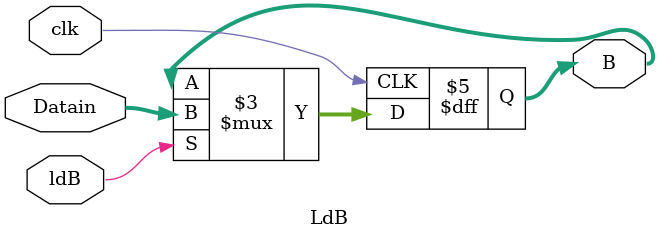
<source format=v>
module LdB(
	B,
	Datain,
	ldB,
	clk
);

output reg [3:0] B;
input wire [3:0] Datain;
input wire ldB;
input wire clk;

always @(posedge clk) begin
	if(ldB==1'b1)
		B <= Datain[3:0];
	/*else
		B <= 4'bzzzz;
	*/
end

endmodule
</source>
